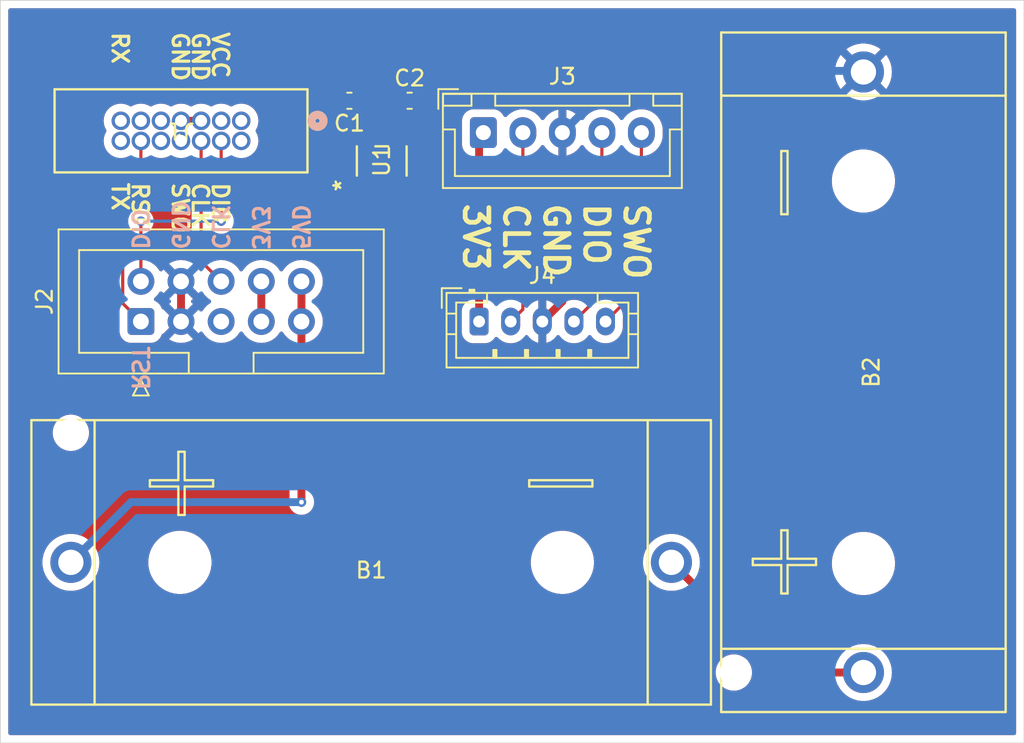
<source format=kicad_pcb>
(kicad_pcb (version 20240108) (generator "pcbnew") (generator_version "8.0")
  (layers (0 "F.Cu" signal) (31 "B.Cu" signal) (34 "B.Paste" user) (35 "F.Paste" user) (36 "B.SilkS" user "B.Silkscreen") (37 "F.SilkS" user "F.Silkscreen") (38 "B.Mask" user) (39 "F.Mask" user) (44 "Edge.Cuts" user))
  (net 0 "")
  (net 2 "T_VCP_TX")
  (net 4 "T_SWO")
  (net 5 "GND")
  (net 7 "T_VCP_RX")
  (net 8 "T_SWDIO")
  (net 10 "GNDDETECT")
  (net 11 "T_NRST")
  (net 12 "T_VCC")
  (net 13 "T_SWCLK")
  (net 14 "+3V3")
  (net 16 "+5VD")
  (net 18 "Net-(B1-Pad2)")
  (footprint "Connector_JST:JST_PH_B5B-PH-K_1x05_P2.00mm_Vertical" (layer "F.Cu") (at 74.74 44.45)
    (property "Reference" "J4" (at 4 -2.9 0) (layer "F.SilkS"))
    (property "Value" "Conn_01x05")
    (fp_line (start -2.36 -2.11) (end -2.36 -0.86) (stroke (width 0.12)) (layer "F.SilkS"))
    (fp_line (start -2.06 -1.81) (end -2.06 2.91) (stroke (width 0.12)) (layer "F.SilkS"))
    (fp_line (start -2.06 -0.5) (end -1.45 -0.5) (stroke (width 0.12)) (layer "F.SilkS"))
    (fp_line (start -2.06 0.8) (end -1.45 0.8) (stroke (width 0.12)) (layer "F.SilkS"))
    (fp_line (start -2.06 2.91) (end 10.06 2.91) (stroke (width 0.12)) (layer "F.SilkS"))
    (fp_line (start -1.45 -1.2) (end -1.45 2.3) (stroke (width 0.12)) (layer "F.SilkS"))
    (fp_line (start -1.45 2.3) (end 9.45 2.3) (stroke (width 0.12)) (layer "F.SilkS"))
    (fp_line (start -1.11 -2.11) (end -2.36 -2.11) (stroke (width 0.12)) (layer "F.SilkS"))
    (fp_line (start -0.6 -2.01) (end -0.6 -1.81) (stroke (width 0.12)) (layer "F.SilkS"))
    (fp_line (start -0.3 -2.01) (end -0.6 -2.01) (stroke (width 0.12)) (layer "F.SilkS"))
    (fp_line (start -0.3 -1.91) (end -0.6 -1.91) (stroke (width 0.12)) (layer "F.SilkS"))
    (fp_line (start -0.3 -1.81) (end -0.3 -2.01) (stroke (width 0.12)) (layer "F.SilkS"))
    (fp_line (start 0.5 -1.81) (end 0.5 -1.2) (stroke (width 0.12)) (layer "F.SilkS"))
    (fp_line (start 0.5 -1.2) (end -1.45 -1.2) (stroke (width 0.12)) (layer "F.SilkS"))
    (fp_line (start 0.9 1.8) (end 1.1 1.8) (stroke (width 0.12)) (layer "F.SilkS"))
    (fp_line (start 0.9 2.3) (end 0.9 1.8) (stroke (width 0.12)) (layer "F.SilkS"))
    (fp_line (start 1 2.3) (end 1 1.8) (stroke (width 0.12)) (layer "F.SilkS"))
    (fp_line (start 1.1 1.8) (end 1.1 2.3) (stroke (width 0.12)) (layer "F.SilkS"))
    (fp_line (start 2.9 1.8) (end 3.1 1.8) (stroke (width 0.12)) (layer "F.SilkS"))
    (fp_line (start 2.9 2.3) (end 2.9 1.8) (stroke (width 0.12)) (layer "F.SilkS"))
    (fp_line (start 3 2.3) (end 3 1.8) (stroke (width 0.12)) (layer "F.SilkS"))
    (fp_line (start 3.1 1.8) (end 3.1 2.3) (stroke (width 0.12)) (layer "F.SilkS"))
    (fp_line (start 4.9 1.8) (end 5.1 1.8) (stroke (width 0.12)) (layer "F.SilkS"))
    (fp_line (start 4.9 2.3) (end 4.9 1.8) (stroke (width 0.12)) (layer "F.SilkS"))
    (fp_line (start 5 2.3) (end 5 1.8) (stroke (width 0.12)) (layer "F.SilkS"))
    (fp_line (start 5.1 1.8) (end 5.1 2.3) (stroke (width 0.12)) (layer "F.SilkS"))
    (fp_line (start 6.9 1.8) (end 7.1 1.8) (stroke (width 0.12)) (layer "F.SilkS"))
    (fp_line (start 6.9 2.3) (end 6.9 1.8) (stroke (width 0.12)) (layer "F.SilkS"))
    (fp_line (start 7 2.3) (end 7 1.8) (stroke (width 0.12)) (layer "F.SilkS"))
    (fp_line (start 7.1 1.8) (end 7.1 2.3) (stroke (width 0.12)) (layer "F.SilkS"))
    (fp_line (start 7.5 -1.2) (end 7.5 -1.81) (stroke (width 0.12)) (layer "F.SilkS"))
    (fp_line (start 9.45 -1.2) (end 7.5 -1.2) (stroke (width 0.12)) (layer "F.SilkS"))
    (fp_line (start 9.45 2.3) (end 9.45 -1.2) (stroke (width 0.12)) (layer "F.SilkS"))
    (fp_line (start 10.06 -1.81) (end -2.06 -1.81) (stroke (width 0.12)) (layer "F.SilkS"))
    (fp_line (start 10.06 -0.5) (end 9.45 -0.5) (stroke (width 0.12)) (layer "F.SilkS"))
    (fp_line (start 10.06 0.8) (end 9.45 0.8) (stroke (width 0.12)) (layer "F.SilkS"))
    (fp_line (start 10.06 2.91) (end 10.06 -1.81) (stroke (width 0.12)) (layer "F.SilkS"))
    (pad "1" thru_hole roundrect (at 0 0) (size 1.2 1.75) (drill 0.75) (layers "*.Cu" "*.Mask") (roundrect_rratio 0.208333) (net 14 "+3V3"))
    (pad "2" thru_hole oval (at 2 0) (size 1.2 1.75) (drill 0.75) (layers "*.Cu" "*.Mask") (net 13 "T_SWCLK"))
    (pad "3" thru_hole oval (at 4 0) (size 1.2 1.75) (drill 0.75) (layers "*.Cu" "*.Mask") (net 5 "GND"))
    (pad "4" thru_hole oval (at 6 0) (size 1.2 1.75) (drill 0.75) (layers "*.Cu" "*.Mask") (net 8 "T_SWDIO"))
    (pad "5" thru_hole oval (at 8 0) (size 1.2 1.75) (drill 0.75) (layers "*.Cu" "*.Mask") (net 4 "T_SWO"))
  )
  (footprint "Connector_JST:JST_XH_B5B-XH-A_1x05_P2.50mm_Vertical" (layer "F.Cu") (at 75.01 32.495)
    (property "Reference" "J3" (at 5 -3.55 0) (layer "F.SilkS"))
    (property "Value" "Conn_01x05")
    (fp_line (start -2.85 -2.75) (end -2.85 -1.5) (stroke (width 0.12)) (layer "F.SilkS"))
    (fp_line (start -2.56 -2.46) (end -2.56 3.51) (stroke (width 0.12)) (layer "F.SilkS"))
    (fp_line (start -2.56 3.51) (end 12.56 3.51) (stroke (width 0.12)) (layer "F.SilkS"))
    (fp_line (start -2.55 -2.45) (end -2.55 -1.7) (stroke (width 0.12)) (layer "F.SilkS"))
    (fp_line (start -2.55 -1.7) (end -0.75 -1.7) (stroke (width 0.12)) (layer "F.SilkS"))
    (fp_line (start -2.55 -0.2) (end -1.8 -0.2) (stroke (width 0.12)) (layer "F.SilkS"))
    (fp_line (start -1.8 -0.2) (end -1.8 2.75) (stroke (width 0.12)) (layer "F.SilkS"))
    (fp_line (start -1.8 2.75) (end 5 2.75) (stroke (width 0.12)) (layer "F.SilkS"))
    (fp_line (start -1.6 -2.75) (end -2.85 -2.75) (stroke (width 0.12)) (layer "F.SilkS"))
    (fp_line (start -0.75 -2.45) (end -2.55 -2.45) (stroke (width 0.12)) (layer "F.SilkS"))
    (fp_line (start -0.75 -1.7) (end -0.75 -2.45) (stroke (width 0.12)) (layer "F.SilkS"))
    (fp_line (start 0.75 -2.45) (end 0.75 -1.7) (stroke (width 0.12)) (layer "F.SilkS"))
    (fp_line (start 0.75 -1.7) (end 9.25 -1.7) (stroke (width 0.12)) (layer "F.SilkS"))
    (fp_line (start 9.25 -2.45) (end 0.75 -2.45) (stroke (width 0.12)) (layer "F.SilkS"))
    (fp_line (start 9.25 -1.7) (end 9.25 -2.45) (stroke (width 0.12)) (layer "F.SilkS"))
    (fp_line (start 10.75 -2.45) (end 10.75 -1.7) (stroke (width 0.12)) (layer "F.SilkS"))
    (fp_line (start 10.75 -1.7) (end 12.55 -1.7) (stroke (width 0.12)) (layer "F.SilkS"))
    (fp_line (start 11.8 -0.2) (end 11.8 2.75) (stroke (width 0.12)) (layer "F.SilkS"))
    (fp_line (start 11.8 2.75) (end 5 2.75) (stroke (width 0.12)) (layer "F.SilkS"))
    (fp_line (start 12.55 -2.45) (end 10.75 -2.45) (stroke (width 0.12)) (layer "F.SilkS"))
    (fp_line (start 12.55 -1.7) (end 12.55 -2.45) (stroke (width 0.12)) (layer "F.SilkS"))
    (fp_line (start 12.55 -0.2) (end 11.8 -0.2) (stroke (width 0.12)) (layer "F.SilkS"))
    (fp_line (start 12.56 -2.46) (end -2.56 -2.46) (stroke (width 0.12)) (layer "F.SilkS"))
    (fp_line (start 12.56 3.51) (end 12.56 -2.46) (stroke (width 0.12)) (layer "F.SilkS"))
    (pad "1" thru_hole roundrect (at 0 0) (size 1.7 1.95) (drill 0.95) (layers "*.Cu" "*.Mask") (roundrect_rratio 0.147059) (net 14 "+3V3"))
    (pad "2" thru_hole oval (at 2.5 0) (size 1.7 1.95) (drill 0.95) (layers "*.Cu" "*.Mask") (net 13 "T_SWCLK"))
    (pad "3" thru_hole oval (at 5 0) (size 1.7 1.95) (drill 0.95) (layers "*.Cu" "*.Mask") (net 5 "GND"))
    (pad "4" thru_hole oval (at 7.5 0) (size 1.7 1.95) (drill 0.95) (layers "*.Cu" "*.Mask") (net 8 "T_SWDIO"))
    (pad "5" thru_hole oval (at 10 0) (size 1.7 1.95) (drill 0.95) (layers "*.Cu" "*.Mask") (net 4 "T_SWO"))
  )
  (footprint "Connector_IDC:IDC-Header_2x05_P2.54mm_Vertical" (layer "F.Cu") (at 53.34 44.45 90)
    (property "Reference" "J2" (at 1.27 -6.1 90) (layer "F.SilkS"))
    (property "Value" "Conn_02x05_Odd_Even")
    (fp_line (start 5.83 -5.21) (end 5.83 15.37) (stroke (width 0.12)) (layer "F.SilkS"))
    (fp_line (start -3.29 -5.21) (end 5.83 -5.21) (stroke (width 0.12)) (layer "F.SilkS"))
    (fp_line (start 4.52 -3.91) (end 4.52 14.07) (stroke (width 0.12)) (layer "F.SilkS"))
    (fp_line (start -1.98 -3.91) (end 4.52 -3.91) (stroke (width 0.12)) (layer "F.SilkS"))
    (fp_line (start -4.68 -0.5) (end -4.68 0.5) (stroke (width 0.12)) (layer "F.SilkS"))
    (fp_line (start -3.68 0) (end -4.68 -0.5) (stroke (width 0.12)) (layer "F.SilkS"))
    (fp_line (start -4.68 0.5) (end -3.68 0) (stroke (width 0.12)) (layer "F.SilkS"))
    (fp_line (start -1.98 3.03) (end -1.98 -3.91) (stroke (width 0.12)) (layer "F.SilkS"))
    (fp_line (start -3.29 3.03) (end -1.98 3.03) (stroke (width 0.12)) (layer "F.SilkS"))
    (fp_line (start -1.98 7.13) (end -1.98 7.13) (stroke (width 0.12)) (layer "F.SilkS"))
    (fp_line (start -1.98 7.13) (end -3.29 7.13) (stroke (width 0.12)) (layer "F.SilkS"))
    (fp_line (start 4.52 14.07) (end -1.98 14.07) (stroke (width 0.12)) (layer "F.SilkS"))
    (fp_line (start -1.98 14.07) (end -1.98 7.13) (stroke (width 0.12)) (layer "F.SilkS"))
    (fp_line (start 5.83 15.37) (end -3.29 15.37) (stroke (width 0.12)) (layer "F.SilkS"))
    (fp_line (start -3.29 15.37) (end -3.29 -5.21) (stroke (width 0.12)) (layer "F.SilkS"))
    (pad "1" thru_hole roundrect (at 0 0 90) (size 1.7 1.7) (drill 1) (layers "*.Cu" "*.Mask") (roundrect_rratio 0.147059) (net 11 "T_NRST"))
    (pad "2" thru_hole circle (at 2.54 0 90) (size 1.7 1.7) (drill 1) (layers "*.Cu" "*.Mask") (net 8 "T_SWDIO"))
    (pad "3" thru_hole circle (at 0 2.54 90) (size 1.7 1.7) (drill 1) (layers "*.Cu" "*.Mask") (net 5 "GND"))
    (pad "4" thru_hole circle (at 2.54 2.54 90) (size 1.7 1.7) (drill 1) (layers "*.Cu" "*.Mask") (net 5 "GND"))
    (pad "5" thru_hole circle (at 0 5.08 90) (size 1.7 1.7) (drill 1) (layers "*.Cu" "*.Mask"))
    (pad "6" thru_hole circle (at 2.54 5.08 90) (size 1.7 1.7) (drill 1) (layers "*.Cu" "*.Mask") (net 13 "T_SWCLK"))
    (pad "7" thru_hole circle (at 0 7.62 90) (size 1.7 1.7) (drill 1) (layers "*.Cu" "*.Mask") (net 14 "+3V3"))
    (pad "8" thru_hole circle (at 2.54 7.62 90) (size 1.7 1.7) (drill 1) (layers "*.Cu" "*.Mask") (net 14 "+3V3"))
    (pad "9" thru_hole circle (at 0 10.16 90) (size 1.7 1.7) (drill 1) (layers "*.Cu" "*.Mask") (net 16 "+5VD"))
    (pad "10" thru_hole circle (at 2.54 10.16 90) (size 1.7 1.7) (drill 1) (layers "*.Cu" "*.Mask") (net 16 "+5VD"))
  )
  (footprint "BHC-CR123A:BHC-CR123A" (layer "F.Cu") (at 67.91 59.69)
    (property "Reference" "B1" (at 0 0.5 0) (layer "F.SilkS"))
    (property "Value" "BHC-CR123A")
    (fp_line (start -21.5 -9) (end -21.5 9) (stroke (width 0.15)) (layer "F.SilkS"))
    (fp_line (start -17.5 -9) (end -17.5 9) (stroke (width 0.15)) (layer "F.SilkS"))
    (fp_line (start -14 -5.2) (end -14 -4.8) (stroke (width 0.15)) (layer "F.SilkS"))
    (fp_line (start -14 -4.8) (end -12.2 -4.8) (stroke (width 0.15)) (layer "F.SilkS"))
    (fp_line (start -12.2 -7) (end -12.2 -5.2) (stroke (width 0.15)) (layer "F.SilkS"))
    (fp_line (start -12.2 -5.2) (end -14 -5.2) (stroke (width 0.15)) (layer "F.SilkS"))
    (fp_line (start -12.2 -4.8) (end -12.2 -3) (stroke (width 0.15)) (layer "F.SilkS"))
    (fp_line (start -12.2 -3) (end -11.8 -3) (stroke (width 0.15)) (layer "F.SilkS"))
    (fp_line (start -11.8 -7) (end -12.2 -7) (stroke (width 0.15)) (layer "F.SilkS"))
    (fp_line (start -11.8 -5.2) (end -11.8 -7) (stroke (width 0.15)) (layer "F.SilkS"))
    (fp_line (start -11.8 -4.8) (end -10 -4.8) (stroke (width 0.15)) (layer "F.SilkS"))
    (fp_line (start -11.8 -3) (end -11.8 -4.8) (stroke (width 0.15)) (layer "F.SilkS"))
    (fp_line (start -10 -5.2) (end -11.8 -5.2) (stroke (width 0.15)) (layer "F.SilkS"))
    (fp_line (start -10 -4.8) (end -10 -5.2) (stroke (width 0.15)) (layer "F.SilkS"))
    (fp_line (start 10 -5.2) (end 14 -5.2) (stroke (width 0.15)) (layer "F.SilkS"))
    (fp_line (start 10 -4.8) (end 10 -5.2) (stroke (width 0.15)) (layer "F.SilkS"))
    (fp_line (start 14 -5.2) (end 14 -4.8) (stroke (width 0.15)) (layer "F.SilkS"))
    (fp_line (start 14 -4.8) (end 10 -4.8) (stroke (width 0.15)) (layer "F.SilkS"))
    (fp_line (start 17.5 -9) (end 17.5 9) (stroke (width 0.15)) (layer "F.SilkS"))
    (fp_line (start 21.5 -9) (end -21.5 -9) (stroke (width 0.15)) (layer "F.SilkS"))
    (fp_line (start 21.5 -9) (end 21.5 9) (stroke (width 0.15)) (layer "F.SilkS"))
    (fp_line (start 21.5 9) (end -21.5 9) (stroke (width 0.15)) (layer "F.SilkS"))
    (pad "" np_thru_hole circle (at -19 -8.2) (size 1.8 1.8) (drill 1.8) (layers "*.Cu" "*.Mask"))
    (pad "" np_thru_hole circle (at -12.1 0) (size 3.5 3.5) (drill 3.5) (layers "*.Cu" "*.Mask"))
    (pad "" np_thru_hole circle (at 12.1 0) (size 3.5 3.5) (drill 3.5) (layers "*.Cu" "*.Mask"))
    (pad "1" thru_hole circle (at -19 0) (size 2.6 2.6) (drill 1.6) (layers "*.Cu" "*.Mask") (net 16 "+5VD"))
    (pad "2" thru_hole circle (at 19 0) (size 2.6 2.6) (drill 1.6) (layers "*.Cu" "*.Mask") (net 18 "Net-(B1-Pad2)"))
  )
  (footprint "Capacitor_SMD:C_0603_1608Metric" (layer "F.Cu") (at 66.535 30.48 180)
    (property "Reference" "C1" (at 0 -1.43 0) (layer "F.SilkS"))
    (property "Value" "1u")
    (fp_line (start -0.14058 0.51) (end 0.14058 0.51) (stroke (width 0.12)) (layer "F.SilkS"))
    (fp_line (start -0.14058 -0.51) (end 0.14058 -0.51) (stroke (width 0.12)) (layer "F.SilkS"))
    (pad "1" smd roundrect (at -0.775 0 180) (size 0.9 0.95) (layers "F.Cu" "F.Paste" "F.Mask") (net 5 "GND"))
    (pad "2" smd roundrect (at 0.775 0 180) (size 0.9 0.95) (layers "F.Cu" "F.Paste" "F.Mask") (net 16 "+5VD"))
  )
  (footprint "BHC-CR123A:BHC-CR123A" (layer "F.Cu") (at 99.06 47.66 90)
    (property "Reference" "B2" (at 0 0.5 90) (layer "F.SilkS"))
    (property "Value" "BHC-CR123A")
    (fp_line (start 21.5 -9) (end -21.5 -9) (stroke (width 0.15)) (layer "F.SilkS"))
    (fp_line (start 21.5 -9) (end 21.5 9) (stroke (width 0.15)) (layer "F.SilkS"))
    (fp_line (start 17.5 -9) (end 17.5 9) (stroke (width 0.15)) (layer "F.SilkS"))
    (fp_line (start -17.5 -9) (end -17.5 9) (stroke (width 0.15)) (layer "F.SilkS"))
    (fp_line (start -21.5 -9) (end -21.5 9) (stroke (width 0.15)) (layer "F.SilkS"))
    (fp_line (start -11.8 -7) (end -12.2 -7) (stroke (width 0.15)) (layer "F.SilkS"))
    (fp_line (start -12.2 -7) (end -12.2 -5.2) (stroke (width 0.15)) (layer "F.SilkS"))
    (fp_line (start 14 -5.2) (end 14 -4.8) (stroke (width 0.15)) (layer "F.SilkS"))
    (fp_line (start 10 -5.2) (end 14 -5.2) (stroke (width 0.15)) (layer "F.SilkS"))
    (fp_line (start -10 -5.2) (end -11.8 -5.2) (stroke (width 0.15)) (layer "F.SilkS"))
    (fp_line (start -11.8 -5.2) (end -11.8 -7) (stroke (width 0.15)) (layer "F.SilkS"))
    (fp_line (start -12.2 -5.2) (end -14 -5.2) (stroke (width 0.15)) (layer "F.SilkS"))
    (fp_line (start -14 -5.2) (end -14 -4.8) (stroke (width 0.15)) (layer "F.SilkS"))
    (fp_line (start 14 -4.8) (end 10 -4.8) (stroke (width 0.15)) (layer "F.SilkS"))
    (fp_line (start 10 -4.8) (end 10 -5.2) (stroke (width 0.15)) (layer "F.SilkS"))
    (fp_line (start -10 -4.8) (end -10 -5.2) (stroke (width 0.15)) (layer "F.SilkS"))
    (fp_line (start -11.8 -4.8) (end -10 -4.8) (stroke (width 0.15)) (layer "F.SilkS"))
    (fp_line (start -12.2 -4.8) (end -12.2 -3) (stroke (width 0.15)) (layer "F.SilkS"))
    (fp_line (start -14 -4.8) (end -12.2 -4.8) (stroke (width 0.15)) (layer "F.SilkS"))
    (fp_line (start -11.8 -3) (end -11.8 -4.8) (stroke (width 0.15)) (layer "F.SilkS"))
    (fp_line (start -12.2 -3) (end -11.8 -3) (stroke (width 0.15)) (layer "F.SilkS"))
    (fp_line (start 21.5 9) (end -21.5 9) (stroke (width 0.15)) (layer "F.SilkS"))
    (pad "" np_thru_hole circle (at -19 -8.2 90) (size 1.8 1.8) (drill 1.8) (layers "*.Cu" "*.Mask"))
    (pad "" np_thru_hole circle (at -12.1 0 90) (size 3.5 3.5) (drill 3.5) (layers "*.Cu" "*.Mask"))
    (pad "" np_thru_hole circle (at 12.1 0 90) (size 3.5 3.5) (drill 3.5) (layers "*.Cu" "*.Mask"))
    (pad "1" thru_hole circle (at -19 0 90) (size 2.6 2.6) (drill 1.6) (layers "*.Cu" "*.Mask") (net 18 "Net-(B1-Pad2)"))
    (pad "2" thru_hole circle (at 19 0 90) (size 2.6 2.6) (drill 1.6) (layers "*.Cu" "*.Mask") (net 5 "GND"))
  )
  (footprint "Capacitor_SMD:C_0603_1608Metric" (layer "F.Cu") (at 70.345 30.48)
    (property "Reference" "C2" (at 0 -1.43 0) (layer "F.SilkS"))
    (property "Value" "1u")
    (fp_line (start -0.14058 -0.51) (end 0.14058 -0.51) (stroke (width 0.12)) (layer "F.SilkS"))
    (fp_line (start -0.14058 0.51) (end 0.14058 0.51) (stroke (width 0.12)) (layer "F.SilkS"))
    (pad "1" smd roundrect (at -0.775 0) (size 0.9 0.95) (layers "F.Cu" "F.Paste" "F.Mask") (net 14 "+3V3"))
    (pad "2" smd roundrect (at 0.775 0) (size 0.9 0.95) (layers "F.Cu" "F.Paste" "F.Mask") (net 5 "GND"))
  )
  (footprint "3220-14-0100-00:CONN14_3220-14_CNC" (layer "F.Cu") (at 59.69 31.75 180)
    (property "Reference" "J1" (at 3.81 -0.635 180) (layer "F.SilkS"))
    (property "Value" "Conn_02x07_Odd_Even")
    (fp_circle (center -4.826 0) (end -4.445 0) (stroke (width 0.508)) (fill none) (layer "B.SilkS"))
    (fp_line (start 11.811 1.9939) (end -4.191 1.9939) (stroke (width 0.1524)) (layer "F.SilkS"))
    (fp_line (start 11.811 -3.2639) (end 11.811 1.9939) (stroke (width 0.1524)) (layer "F.SilkS"))
    (fp_line (start -4.191 1.9939) (end -4.191 -3.2639) (stroke (width 0.1524)) (layer "F.SilkS"))
    (fp_line (start -4.191 -3.2639) (end 11.811 -3.2639) (stroke (width 0.1524)) (layer "F.SilkS"))
    (fp_circle (center -4.826 0) (end -4.445 0) (stroke (width 0.508)) (fill none) (layer "F.SilkS"))
    (pad "1" thru_hole circle (at 0 0 180) (size 1.1684 1.1684) (drill 0.762) (layers "*.Cu" "*.Mask"))
    (pad "2" thru_hole circle (at 0 -1.27 180) (size 1.1684 1.1684) (drill 0.762) (layers "*.Cu" "*.Mask"))
    (pad "3" thru_hole circle (at 1.27 0 180) (size 1.1684 1.1684) (drill 0.762) (layers "*.Cu" "*.Mask") (net 12 "T_VCC"))
    (pad "4" thru_hole circle (at 1.27 -1.27 180) (size 1.1684 1.1684) (drill 0.762) (layers "*.Cu" "*.Mask") (net 8 "T_SWDIO"))
    (pad "5" thru_hole circle (at 2.54 0 180) (size 1.1684 1.1684) (drill 0.762) (layers "*.Cu" "*.Mask") (net 5 "GND"))
    (pad "6" thru_hole circle (at 2.54 -1.27 180) (size 1.1684 1.1684) (drill 0.762) (layers "*.Cu" "*.Mask") (net 13 "T_SWCLK"))
    (pad "7" thru_hole circle (at 3.81 0 180) (size 1.1684 1.1684) (drill 0.762) (layers "*.Cu" "*.Mask") (net 5 "GND"))
    (pad "8" thru_hole circle (at 3.81 -1.27 180) (size 1.1684 1.1684) (drill 0.762) (layers "*.Cu" "*.Mask") (net 4 "T_SWO"))
    (pad "9" thru_hole circle (at 5.08 0 180) (size 1.1684 1.1684) (drill 0.762) (layers "*.Cu" "*.Mask"))
    (pad "10" thru_hole circle (at 5.08 -1.27 180) (size 1.1684 1.1684) (drill 0.762) (layers "*.Cu" "*.Mask"))
    (pad "11" thru_hole circle (at 6.35 0 180) (size 1.1684 1.1684) (drill 0.762) (layers "*.Cu" "*.Mask") (net 10 "GNDDETECT"))
    (pad "12" thru_hole circle (at 6.35 -1.27 180) (size 1.1684 1.1684) (drill 0.762) (layers "*.Cu" "*.Mask") (net 11 "T_NRST"))
    (pad "13" thru_hole circle (at 7.62 0 180) (size 1.1684 1.1684) (drill 0.762) (layers "*.Cu" "*.Mask") (net 7 "T_VCP_RX"))
    (pad "14" thru_hole circle (at 7.62 -1.27 180) (size 1.1684 1.1684) (drill 0.762) (layers "*.Cu" "*.Mask") (net 2 "T_VCP_TX"))
  )
  (footprint "BU33SD5WG_TR:SSOP5_ROM" (layer "F.Cu") (at 68.58 34.29 90)
    (property "Reference" "U1" (at 0 0 90) (layer "F.SilkS"))
    (property "Value" "BU33SD5WG-TR")
    (fp_line (start 0.9271 -1.5748) (end -0.9271 -1.5748) (stroke (width 0.1524)) (layer "F.SilkS"))
    (fp_line (start 0.9271 0.40386) (end 0.9271 -0.40386) (stroke (width 0.1524)) (layer "F.SilkS"))
    (fp_line (start -0.9271 1.5748) (end 0.9271 1.5748) (stroke (width 0.1524)) (layer "F.SilkS"))
    (fp_text user "*" (at -1.5494 -2.5146 90) (layer "F.SilkS"))
    (fp_text user "*" (at -1.5494 -2.5146 90) (layer "F.SilkS"))
    (pad "1" smd rect (at -1.2954 -0.9398 90) (size 0.9144 0.4318) (layers "F.Cu" "F.Paste" "F.Mask") (net 16 "+5VD"))
    (pad "2" smd rect (at -1.2954 0 90) (size 0.9144 0.4318) (layers "F.Cu" "F.Paste" "F.Mask") (net 5 "GND"))
    (pad "3" smd rect (at -1.2954 0.9398 90) (size 0.9144 0.4318) (layers "F.Cu" "F.Paste" "F.Mask") (net 16 "+5VD"))
    (pad "4" smd rect (at 1.2954 0.9525 90) (size 0.9144 0.4318) (layers "F.Cu" "F.Paste" "F.Mask"))
    (pad "5" smd rect (at 1.2954 -0.9525 90) (size 0.9144 0.4318) (layers "F.Cu" "F.Paste" "F.Mask") (net 14 "+3V3"))
  )
  (gr_rect (start 44.45 24.13) (end 109.22 71.12) (stroke (width 0.05)) (fill none) (layer "Edge.Cuts"))
  (gr_text "DIO" (at 52.705 40.005 270) (layer "B.SilkS") (effects (font (size 1 1) (thickness 0.2)) (justify left bottom mirror)))
  (gr_text "5VD" (at 62.865 40.005 270) (layer "B.SilkS") (effects (font (size 1 1) (thickness 0.2)) (justify left bottom mirror)))
  (gr_text "3V3" (at 60.325 40.005 270) (layer "B.SilkS") (effects (font (size 1 1) (thickness 0.2)) (justify left bottom mirror)))
  (gr_text "GND" (at 55.245 40.005 270) (layer "B.SilkS") (effects (font (size 1 1) (thickness 0.2)) (justify left bottom mirror)))
  (gr_text "CLK" (at 57.785 40.005 270) (layer "B.SilkS") (effects (font (size 1 1) (thickness 0.2)) (justify left bottom mirror)))
  (gr_text "RST" (at 52.705 48.895 270) (layer "B.SilkS") (effects (font (size 1 1) (thickness 0.2)) (justify left bottom mirror)))
  (gr_text "DIO" (at 81.28 36.83 -90) (layer "F.SilkS") (effects (font (size 1.5 1.5) (thickness 0.3) (bold yes)) (justify left bottom)))
  (gr_text "DIO" (at 57.785 35.56 270) (layer "F.SilkS") (effects (font (size 1 1) (thickness 0.2)) (justify left bottom)))
  (gr_text "GND" (at 56.515 26.035 -90) (layer "F.SilkS") (effects (font (size 1 1) (thickness 0.2)) (justify left bottom)))
  (gr_text "RST" (at 52.705 35.56 270) (layer "F.SilkS") (effects (font (size 1 1) (thickness 0.2)) (justify left bottom)))
  (gr_text "SWO" (at 55.245 35.56 270) (layer "F.SilkS") (effects (font (size 1 1) (thickness 0.2)) (justify left bottom)))
  (gr_text "GND" (at 55.245 26.035 -90) (layer "F.SilkS") (effects (font (size 1 1) (thickness 0.2)) (justify left bottom)))
  (gr_text "TX" (at 51.435 35.56 270) (layer "F.SilkS") (effects (font (size 1 1) (thickness 0.2)) (justify left bottom)))
  (gr_text "RX" (at 51.435 26.035 -90) (layer "F.SilkS") (effects (font (size 1 1) (thickness 0.2)) (justify left bottom)))
  (gr_text "SWO" (at 83.82 36.83 -90) (layer "F.SilkS") (effects (font (size 1.5 1.5) (thickness 0.3) (bold yes)) (justify left bottom)))
  (gr_text "GND" (at 78.74 36.83 -90) (layer "F.SilkS") (effects (font (size 1.5 1.5) (thickness 0.3) (bold yes)) (justify left bottom)))
  (gr_text "CLK" (at 76.2 36.83 -90) (layer "F.SilkS") (effects (font (size 1.5 1.5) (thickness 0.3) (bold yes)) (justify left bottom)))
  (gr_text "VCC" (at 57.785 26.035 -90) (layer "F.SilkS") (effects (font (size 1 1) (thickness 0.2)) (justify left bottom)))
  (gr_text "CLK" (at 56.515 35.56 270) (layer "F.SilkS") (effects (font (size 1 1) (thickness 0.2)) (justify left bottom)))
  (gr_text "3V3" (at 73.66 36.83 -90) (layer "F.SilkS") (effects (font (size 1.5 1.5) (thickness 0.3) (bold yes)) (justify left bottom)))
  (segment (start 82.74 44.45) (end 85.01 42.18) (width 0.2) (layer "F.Cu") (net 4))
  (segment (start 85.01 42.18) (end 85.01 32.495) (width 0.2) (layer "F.Cu") (net 4))
  (segment (start 80.01 43.18) (end 78.74 44.45) (width 0.5) (layer "F.Cu") (net 5))
  (segment (start 55.88 31.75) (end 57.15 31.75) (width 0.5) (layer "F.Cu") (net 5))
  (segment (start 80.01 32.495) (end 80.01 43.18) (width 0.5) (layer "F.Cu") (net 5))
  (segment (start 55.88 44.45) (end 55.88 41.91) (width 0.5) (layer "F.Cu") (net 5))
  (segment (start 83.915 28.59) (end 80.01 32.495) (width 0.5) (layer "B.Cu") (net 5))
  (segment (start 99.06 28.59) (end 83.915 28.59) (width 0.5) (layer "B.Cu") (net 5))
  (segment (start 53.34 41.91) (end 53.34 38.1) (width 0.2) (layer "F.Cu") (net 8))
  (segment (start 58.42 33.02) (end 58.42 38.1) (width 0.2) (layer "F.Cu") (net 8))
  (segment (start 82.51 42.68) (end 80.74 44.45) (width 0.2) (layer "F.Cu") (net 8))
  (segment (start 82.51 32.495) (end 82.51 42.68) (width 0.2) (layer "F.Cu") (net 8))
  (via (at 58.42 38.1) (size 0.6) (drill 0.3) (layers "F.Cu" "B.Cu") (net 8))
  (via (at 53.34 38.1) (size 0.6) (drill 0.3) (layers "F.Cu" "B.Cu") (net 8))
  (segment (start 53.34 38.1) (end 58.42 38.1) (width 0.2) (layer "B.Cu") (net 8))
  (segment (start 52.19 36.71) (end 52.19 43.3) (width 0.2) (layer "F.Cu") (net 11))
  (segment (start 53.34 35.56) (end 52.19 36.71) (width 0.2) (layer "F.Cu") (net 11))
  (segment (start 53.34 33.02) (end 53.34 35.56) (width 0.2) (layer "F.Cu") (net 11))
  (segment (start 52.19 43.3) (end 53.34 44.45) (width 0.2) (layer "F.Cu") (net 11))
  (segment (start 57.15 40.64) (end 58.42 41.91) (width 0.2) (layer "F.Cu") (net 13))
  (segment (start 77.51 43.68) (end 76.74 44.45) (width 0.2) (layer "F.Cu") (net 13))
  (segment (start 57.15 33.02) (end 57.15 40.64) (width 0.2) (layer "F.Cu") (net 13))
  (segment (start 77.51 32.495) (end 77.51 43.68) (width 0.2) (layer "F.Cu") (net 13))
  (segment (start 74.74 44.45) (end 74.74 32.765) (width 0.5) (layer "F.Cu") (net 14))
  (segment (start 60.96 44.45) (end 60.96 41.91) (width 0.5) (layer "F.Cu") (net 14))
  (segment (start 69.57 31.0521) (end 67.6275 32.9946) (width 0.5) (layer "F.Cu") (net 14))
  (segment (start 69.57 30.48) (end 69.57 31.0521) (width 0.5) (layer "F.Cu") (net 14))
  (segment (start 74.74 32.765) (end 75.01 32.495) (width 0.5) (layer "F.Cu") (net 14))
  (segment (start 67.6402 34.6282) (end 67.6402 35.5854) (width 0.5) (layer "F.Cu") (net 16))
  (segment (start 65.76 33.7052) (end 65.76 30.48) (width 0.5) (layer "F.Cu") (net 16))
  (segment (start 69.5198 34.6282) (end 69.1816 34.29) (width 0.5) (layer "F.Cu") (net 16))
  (segment (start 63.5 44.45) (end 63.5 41.91) (width 0.5) (layer "F.Cu") (net 16))
  (segment (start 67.6402 35.5854) (end 65.76 33.7052) (width 0.5) (layer "F.Cu") (net 16))
  (segment (start 63.5 44.45) (end 63.5 55.88) (width 0.5) (layer "F.Cu") (net 16))
  (segment (start 69.1816 34.29) (end 67.9784 34.29) (width 0.5) (layer "F.Cu") (net 16))
  (segment (start 69.5198 35.5854) (end 69.5198 34.6282) (width 0.5) (layer "F.Cu") (net 16))
  (segment (start 67.9784 34.29) (end 67.6402 34.6282) (width 0.5) (layer "F.Cu") (net 16))
  (via (at 63.5 55.88) (size 0.6) (drill 0.3) (layers "F.Cu" "B.Cu") (net 16))
  (segment (start 52.72 55.88) (end 48.91 59.69) (width 0.5) (layer "B.Cu") (net 16))
  (segment (start 63.5 55.88) (end 52.72 55.88) (width 0.5) (layer "B.Cu") (net 16))
  (segment (start 93.88 66.66) (end 86.91 59.69) (width 0.5) (layer "F.Cu") (net 18))
  (segment (start 99.06 66.66) (end 93.88 66.66) (width 0.5) (layer "F.Cu") (net 18))
  (zone (net 5) (net_name "GND") (layers "F&B.Cu") (connect_pads (clearance 0.5)) (min_thickness 0.25) (fill yes (thermal_gap 0.5) (thermal_bridge_width 0.5))
    (polygon (pts (xy 109.22 24.13) (xy 44.45 24.13) (xy 44.45 71.12) (xy 109.22 71.12)))
  )
)
</source>
